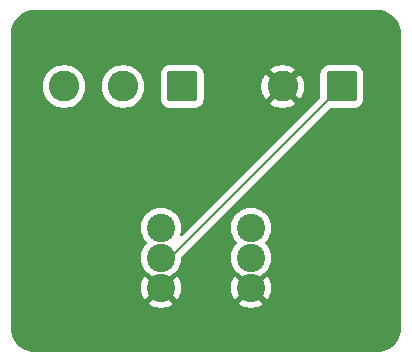
<source format=gbr>
%TF.GenerationSoftware,KiCad,Pcbnew,9.0.0*%
%TF.CreationDate,2025-03-24T14:24:08-05:00*%
%TF.ProjectId,DIIN-proyecto,4449494e-2d70-4726-9f79-6563746f2e6b,rev?*%
%TF.SameCoordinates,Original*%
%TF.FileFunction,Copper,L1,Top*%
%TF.FilePolarity,Positive*%
%FSLAX46Y46*%
G04 Gerber Fmt 4.6, Leading zero omitted, Abs format (unit mm)*
G04 Created by KiCad (PCBNEW 9.0.0) date 2025-03-24 14:24:08*
%MOMM*%
%LPD*%
G01*
G04 APERTURE LIST*
G04 Aperture macros list*
%AMRoundRect*
0 Rectangle with rounded corners*
0 $1 Rounding radius*
0 $2 $3 $4 $5 $6 $7 $8 $9 X,Y pos of 4 corners*
0 Add a 4 corners polygon primitive as box body*
4,1,4,$2,$3,$4,$5,$6,$7,$8,$9,$2,$3,0*
0 Add four circle primitives for the rounded corners*
1,1,$1+$1,$2,$3*
1,1,$1+$1,$4,$5*
1,1,$1+$1,$6,$7*
1,1,$1+$1,$8,$9*
0 Add four rect primitives between the rounded corners*
20,1,$1+$1,$2,$3,$4,$5,0*
20,1,$1+$1,$4,$5,$6,$7,0*
20,1,$1+$1,$6,$7,$8,$9,0*
20,1,$1+$1,$8,$9,$2,$3,0*%
G04 Aperture macros list end*
%TA.AperFunction,ComponentPad*%
%ADD10C,2.400000*%
%TD*%
%TA.AperFunction,ComponentPad*%
%ADD11RoundRect,0.250000X1.050000X1.050000X-1.050000X1.050000X-1.050000X-1.050000X1.050000X-1.050000X0*%
%TD*%
%TA.AperFunction,ComponentPad*%
%ADD12C,2.600000*%
%TD*%
%TA.AperFunction,Conductor*%
%ADD13C,0.200000*%
%TD*%
G04 APERTURE END LIST*
D10*
%TO.P,U3,1,SCK*%
%TO.N,SCK*%
X135810000Y-65960000D03*
%TO.P,U3,2,WS*%
%TO.N,WS*%
X135810000Y-68500000D03*
%TO.P,U3,3,L/R*%
%TO.N,GND*%
X135810000Y-71040000D03*
%TO.P,U3,4,SD*%
%TO.N,SD*%
X128190000Y-65960000D03*
%TO.P,U3,5,VDD*%
%TO.N,+3.3V*%
X128190000Y-68500000D03*
%TO.P,U3,6,GND*%
%TO.N,GND*%
X128190000Y-71040000D03*
%TD*%
D11*
%TO.P,J14,1,Pin_1*%
%TO.N,SCK*%
X130000000Y-54000000D03*
D12*
%TO.P,J14,2,Pin_2*%
%TO.N,WS*%
X125000000Y-54000000D03*
%TO.P,J14,3,Pin_3*%
%TO.N,SD*%
X120000000Y-54000000D03*
%TD*%
D11*
%TO.P,J7,1,Pin_1*%
%TO.N,+3.3V*%
X143500000Y-54000000D03*
D12*
%TO.P,J7,2,Pin_2*%
%TO.N,GND*%
X138500000Y-54000000D03*
%TD*%
D13*
%TO.N,+3.3V*%
X129000000Y-68500000D02*
X128190000Y-68500000D01*
X143500000Y-54000000D02*
X129000000Y-68500000D01*
%TD*%
%TA.AperFunction,Conductor*%
%TO.N,GND*%
G36*
X146504043Y-47500765D02*
G01*
X146752895Y-47517075D01*
X146768953Y-47519190D01*
X146976105Y-47560395D01*
X147009535Y-47567045D01*
X147025202Y-47571243D01*
X147194947Y-47628863D01*
X147257481Y-47650091D01*
X147272458Y-47656294D01*
X147481799Y-47759529D01*
X147492460Y-47764787D01*
X147506508Y-47772897D01*
X147710464Y-47909177D01*
X147723328Y-47919048D01*
X147907749Y-48080781D01*
X147919218Y-48092250D01*
X148080951Y-48276671D01*
X148090825Y-48289539D01*
X148227102Y-48493492D01*
X148235212Y-48507539D01*
X148343702Y-48727534D01*
X148349909Y-48742520D01*
X148428756Y-48974797D01*
X148432954Y-48990464D01*
X148480807Y-49231035D01*
X148482925Y-49247116D01*
X148499235Y-49495956D01*
X148499500Y-49504066D01*
X148499500Y-74495933D01*
X148499235Y-74504043D01*
X148482925Y-74752883D01*
X148480807Y-74768964D01*
X148432954Y-75009535D01*
X148428756Y-75025202D01*
X148349909Y-75257479D01*
X148343702Y-75272465D01*
X148235212Y-75492460D01*
X148227102Y-75506507D01*
X148090825Y-75710460D01*
X148080951Y-75723328D01*
X147919218Y-75907749D01*
X147907749Y-75919218D01*
X147723328Y-76080951D01*
X147710460Y-76090825D01*
X147506507Y-76227102D01*
X147492460Y-76235212D01*
X147272465Y-76343702D01*
X147257479Y-76349909D01*
X147025202Y-76428756D01*
X147009535Y-76432954D01*
X146768964Y-76480807D01*
X146752883Y-76482925D01*
X146504043Y-76499235D01*
X146495933Y-76499500D01*
X117504067Y-76499500D01*
X117495957Y-76499235D01*
X117247116Y-76482925D01*
X117231035Y-76480807D01*
X116990464Y-76432954D01*
X116974797Y-76428756D01*
X116742520Y-76349909D01*
X116727534Y-76343702D01*
X116507539Y-76235212D01*
X116493492Y-76227102D01*
X116289539Y-76090825D01*
X116276671Y-76080951D01*
X116092250Y-75919218D01*
X116080781Y-75907749D01*
X115919048Y-75723328D01*
X115909174Y-75710460D01*
X115772897Y-75506507D01*
X115764787Y-75492460D01*
X115658855Y-75277652D01*
X115656294Y-75272458D01*
X115650090Y-75257479D01*
X115571243Y-75025202D01*
X115567045Y-75009535D01*
X115559186Y-74970026D01*
X115519190Y-74768953D01*
X115517075Y-74752895D01*
X115500765Y-74504043D01*
X115500500Y-74495933D01*
X115500500Y-65848549D01*
X126489500Y-65848549D01*
X126489500Y-66071450D01*
X126489501Y-66071466D01*
X126518594Y-66292452D01*
X126518595Y-66292457D01*
X126518596Y-66292463D01*
X126518597Y-66292465D01*
X126576290Y-66507780D01*
X126576293Y-66507790D01*
X126645410Y-66674652D01*
X126661595Y-66713726D01*
X126773052Y-66906774D01*
X126773057Y-66906780D01*
X126773058Y-66906782D01*
X126908751Y-67083622D01*
X126908757Y-67083629D01*
X126967447Y-67142319D01*
X127000932Y-67203642D01*
X126995948Y-67273334D01*
X126967447Y-67317681D01*
X126908757Y-67376370D01*
X126908751Y-67376377D01*
X126773058Y-67553217D01*
X126773052Y-67553226D01*
X126661595Y-67746273D01*
X126661593Y-67746277D01*
X126576293Y-67952209D01*
X126576290Y-67952219D01*
X126518597Y-68167534D01*
X126518594Y-68167547D01*
X126489501Y-68388533D01*
X126489500Y-68388549D01*
X126489500Y-68611450D01*
X126489501Y-68611466D01*
X126518594Y-68832452D01*
X126518595Y-68832457D01*
X126518596Y-68832463D01*
X126518597Y-68832465D01*
X126576290Y-69047780D01*
X126576293Y-69047790D01*
X126661593Y-69253722D01*
X126661595Y-69253726D01*
X126773052Y-69446774D01*
X126773057Y-69446780D01*
X126773058Y-69446782D01*
X126908751Y-69623622D01*
X126908757Y-69623629D01*
X127066370Y-69781242D01*
X127066376Y-69781247D01*
X127243226Y-69916948D01*
X127436274Y-70028405D01*
X127436277Y-70028406D01*
X127436282Y-70028409D01*
X127508871Y-70058475D01*
X127576831Y-70086625D01*
X127617058Y-70113504D01*
X127978941Y-70475387D01*
X127958409Y-70480889D01*
X127821592Y-70559881D01*
X127709881Y-70671592D01*
X127630889Y-70808409D01*
X127625387Y-70828940D01*
X126824042Y-70027595D01*
X126773462Y-70093511D01*
X126662054Y-70286479D01*
X126662045Y-70286497D01*
X126576763Y-70492381D01*
X126519088Y-70707632D01*
X126519085Y-70707645D01*
X126490000Y-70928575D01*
X126490000Y-71151424D01*
X126519085Y-71372354D01*
X126519088Y-71372367D01*
X126576763Y-71587618D01*
X126662045Y-71793502D01*
X126662054Y-71793520D01*
X126773464Y-71986491D01*
X126773473Y-71986504D01*
X126824040Y-72052403D01*
X126824043Y-72052403D01*
X127625387Y-71251059D01*
X127630889Y-71271591D01*
X127709881Y-71408408D01*
X127821592Y-71520119D01*
X127958409Y-71599111D01*
X127978940Y-71604612D01*
X127177595Y-72405955D01*
X127177595Y-72405956D01*
X127243507Y-72456533D01*
X127436485Y-72567949D01*
X127436497Y-72567954D01*
X127642381Y-72653236D01*
X127857632Y-72710911D01*
X127857645Y-72710914D01*
X128078575Y-72740000D01*
X128301425Y-72740000D01*
X128522354Y-72710914D01*
X128522367Y-72710911D01*
X128737618Y-72653236D01*
X128943502Y-72567954D01*
X128943514Y-72567949D01*
X129136498Y-72456530D01*
X129202403Y-72405957D01*
X129202404Y-72405956D01*
X128401059Y-71604612D01*
X128421591Y-71599111D01*
X128558408Y-71520119D01*
X128670119Y-71408408D01*
X128749111Y-71271591D01*
X128754612Y-71251059D01*
X129555956Y-72052404D01*
X129555957Y-72052403D01*
X129606530Y-71986498D01*
X129717949Y-71793514D01*
X129717954Y-71793502D01*
X129803236Y-71587618D01*
X129860911Y-71372367D01*
X129860914Y-71372354D01*
X129890000Y-71151424D01*
X129890000Y-70928575D01*
X129860914Y-70707645D01*
X129860911Y-70707632D01*
X129803236Y-70492381D01*
X129717954Y-70286497D01*
X129717949Y-70286485D01*
X129606533Y-70093507D01*
X129555956Y-70027595D01*
X129555955Y-70027595D01*
X128754612Y-70828939D01*
X128749111Y-70808409D01*
X128670119Y-70671592D01*
X128558408Y-70559881D01*
X128421591Y-70480889D01*
X128401058Y-70475387D01*
X128762940Y-70113504D01*
X128803161Y-70086628D01*
X128943726Y-70028405D01*
X129136774Y-69916948D01*
X129313624Y-69781247D01*
X129471247Y-69623624D01*
X129606948Y-69446774D01*
X129718405Y-69253726D01*
X129803710Y-69047781D01*
X129861404Y-68832463D01*
X129890500Y-68611457D01*
X129890500Y-68510096D01*
X129910185Y-68443057D01*
X129926814Y-68422420D01*
X132500685Y-65848549D01*
X134109500Y-65848549D01*
X134109500Y-66071450D01*
X134109501Y-66071466D01*
X134138594Y-66292452D01*
X134138595Y-66292457D01*
X134138596Y-66292463D01*
X134138597Y-66292465D01*
X134196290Y-66507780D01*
X134196293Y-66507790D01*
X134265410Y-66674652D01*
X134281595Y-66713726D01*
X134393052Y-66906774D01*
X134393057Y-66906780D01*
X134393058Y-66906782D01*
X134528751Y-67083622D01*
X134528757Y-67083629D01*
X134587447Y-67142319D01*
X134620932Y-67203642D01*
X134615948Y-67273334D01*
X134587447Y-67317681D01*
X134528757Y-67376370D01*
X134528751Y-67376377D01*
X134393058Y-67553217D01*
X134393052Y-67553226D01*
X134281595Y-67746273D01*
X134281593Y-67746277D01*
X134196293Y-67952209D01*
X134196290Y-67952219D01*
X134138597Y-68167534D01*
X134138594Y-68167547D01*
X134109501Y-68388533D01*
X134109500Y-68388549D01*
X134109500Y-68611450D01*
X134109501Y-68611466D01*
X134138594Y-68832452D01*
X134138595Y-68832457D01*
X134138596Y-68832463D01*
X134138597Y-68832465D01*
X134196290Y-69047780D01*
X134196293Y-69047790D01*
X134281593Y-69253722D01*
X134281595Y-69253726D01*
X134393052Y-69446774D01*
X134393057Y-69446780D01*
X134393058Y-69446782D01*
X134528751Y-69623622D01*
X134528757Y-69623629D01*
X134686370Y-69781242D01*
X134686376Y-69781247D01*
X134863226Y-69916948D01*
X135056274Y-70028405D01*
X135056277Y-70028406D01*
X135056282Y-70028409D01*
X135128871Y-70058475D01*
X135196831Y-70086625D01*
X135237058Y-70113504D01*
X135598941Y-70475387D01*
X135578409Y-70480889D01*
X135441592Y-70559881D01*
X135329881Y-70671592D01*
X135250889Y-70808409D01*
X135245387Y-70828940D01*
X134444042Y-70027595D01*
X134393462Y-70093511D01*
X134282054Y-70286479D01*
X134282045Y-70286497D01*
X134196763Y-70492381D01*
X134139088Y-70707632D01*
X134139085Y-70707645D01*
X134110000Y-70928575D01*
X134110000Y-71151424D01*
X134139085Y-71372354D01*
X134139088Y-71372367D01*
X134196763Y-71587618D01*
X134282045Y-71793502D01*
X134282054Y-71793520D01*
X134393464Y-71986491D01*
X134393473Y-71986504D01*
X134444040Y-72052403D01*
X134444043Y-72052403D01*
X135245387Y-71251059D01*
X135250889Y-71271591D01*
X135329881Y-71408408D01*
X135441592Y-71520119D01*
X135578409Y-71599111D01*
X135598940Y-71604612D01*
X134797595Y-72405955D01*
X134797595Y-72405956D01*
X134863507Y-72456533D01*
X135056485Y-72567949D01*
X135056497Y-72567954D01*
X135262381Y-72653236D01*
X135477632Y-72710911D01*
X135477645Y-72710914D01*
X135698575Y-72740000D01*
X135921425Y-72740000D01*
X136142354Y-72710914D01*
X136142367Y-72710911D01*
X136357618Y-72653236D01*
X136563502Y-72567954D01*
X136563514Y-72567949D01*
X136756498Y-72456530D01*
X136822403Y-72405957D01*
X136822404Y-72405956D01*
X136021059Y-71604612D01*
X136041591Y-71599111D01*
X136178408Y-71520119D01*
X136290119Y-71408408D01*
X136369111Y-71271591D01*
X136374612Y-71251059D01*
X137175956Y-72052404D01*
X137175957Y-72052403D01*
X137226530Y-71986498D01*
X137337949Y-71793514D01*
X137337954Y-71793502D01*
X137423236Y-71587618D01*
X137480911Y-71372367D01*
X137480914Y-71372354D01*
X137510000Y-71151424D01*
X137510000Y-70928575D01*
X137480914Y-70707645D01*
X137480911Y-70707632D01*
X137423236Y-70492381D01*
X137337954Y-70286497D01*
X137337949Y-70286485D01*
X137226533Y-70093507D01*
X137175956Y-70027595D01*
X137175955Y-70027595D01*
X136374612Y-70828939D01*
X136369111Y-70808409D01*
X136290119Y-70671592D01*
X136178408Y-70559881D01*
X136041591Y-70480889D01*
X136021058Y-70475387D01*
X136382940Y-70113504D01*
X136423161Y-70086628D01*
X136563726Y-70028405D01*
X136756774Y-69916948D01*
X136933624Y-69781247D01*
X137091247Y-69623624D01*
X137226948Y-69446774D01*
X137338405Y-69253726D01*
X137423710Y-69047781D01*
X137481404Y-68832463D01*
X137510500Y-68611457D01*
X137510500Y-68388543D01*
X137481404Y-68167537D01*
X137423710Y-67952219D01*
X137338405Y-67746274D01*
X137226948Y-67553226D01*
X137091247Y-67376376D01*
X137032550Y-67317679D01*
X136999067Y-67256359D01*
X137004051Y-67186667D01*
X137032550Y-67142320D01*
X137091247Y-67083624D01*
X137226948Y-66906774D01*
X137338405Y-66713726D01*
X137423710Y-66507781D01*
X137481404Y-66292463D01*
X137510500Y-66071457D01*
X137510500Y-65848543D01*
X137481404Y-65627537D01*
X137423710Y-65412219D01*
X137338405Y-65206274D01*
X137226948Y-65013226D01*
X137091247Y-64836376D01*
X137091242Y-64836370D01*
X136933629Y-64678757D01*
X136933622Y-64678751D01*
X136756782Y-64543058D01*
X136756780Y-64543057D01*
X136756774Y-64543052D01*
X136563726Y-64431595D01*
X136563722Y-64431593D01*
X136357790Y-64346293D01*
X136357783Y-64346291D01*
X136357781Y-64346290D01*
X136142463Y-64288596D01*
X136142457Y-64288595D01*
X136142452Y-64288594D01*
X135921466Y-64259501D01*
X135921463Y-64259500D01*
X135921457Y-64259500D01*
X135698543Y-64259500D01*
X135698537Y-64259500D01*
X135698533Y-64259501D01*
X135477547Y-64288594D01*
X135477540Y-64288595D01*
X135477537Y-64288596D01*
X135262219Y-64346290D01*
X135262209Y-64346293D01*
X135056277Y-64431593D01*
X135056273Y-64431595D01*
X134863226Y-64543052D01*
X134863217Y-64543058D01*
X134686377Y-64678751D01*
X134686370Y-64678757D01*
X134528757Y-64836370D01*
X134528751Y-64836377D01*
X134393058Y-65013217D01*
X134393052Y-65013226D01*
X134281595Y-65206273D01*
X134281593Y-65206277D01*
X134196293Y-65412209D01*
X134196290Y-65412219D01*
X134138597Y-65627534D01*
X134138594Y-65627547D01*
X134109501Y-65848533D01*
X134109500Y-65848549D01*
X132500685Y-65848549D01*
X142512416Y-55836817D01*
X142573739Y-55803333D01*
X142600097Y-55800499D01*
X144600002Y-55800499D01*
X144600008Y-55800499D01*
X144702797Y-55789999D01*
X144869334Y-55734814D01*
X145018656Y-55642712D01*
X145142712Y-55518656D01*
X145234814Y-55369334D01*
X145289999Y-55202797D01*
X145300500Y-55100009D01*
X145300499Y-52899992D01*
X145289999Y-52797203D01*
X145234814Y-52630666D01*
X145142712Y-52481344D01*
X145018656Y-52357288D01*
X144869334Y-52265186D01*
X144702797Y-52210001D01*
X144702795Y-52210000D01*
X144600010Y-52199500D01*
X142399998Y-52199500D01*
X142399981Y-52199501D01*
X142297203Y-52210000D01*
X142297200Y-52210001D01*
X142130668Y-52265185D01*
X142130663Y-52265187D01*
X141981342Y-52357289D01*
X141857289Y-52481342D01*
X141765187Y-52630663D01*
X141765185Y-52630668D01*
X141758886Y-52649678D01*
X141710001Y-52797203D01*
X141710001Y-52797204D01*
X141710000Y-52797204D01*
X141699500Y-52899983D01*
X141699500Y-54899901D01*
X141679815Y-54966940D01*
X141663181Y-54987582D01*
X130004611Y-66646151D01*
X129943288Y-66679636D01*
X129873596Y-66674652D01*
X129817663Y-66632780D01*
X129793246Y-66567316D01*
X129802373Y-66511007D01*
X129803710Y-66507781D01*
X129861404Y-66292463D01*
X129890500Y-66071457D01*
X129890500Y-65848543D01*
X129861404Y-65627537D01*
X129803710Y-65412219D01*
X129718405Y-65206274D01*
X129606948Y-65013226D01*
X129471247Y-64836376D01*
X129471242Y-64836370D01*
X129313629Y-64678757D01*
X129313622Y-64678751D01*
X129136782Y-64543058D01*
X129136780Y-64543057D01*
X129136774Y-64543052D01*
X128943726Y-64431595D01*
X128943722Y-64431593D01*
X128737790Y-64346293D01*
X128737783Y-64346291D01*
X128737781Y-64346290D01*
X128522463Y-64288596D01*
X128522457Y-64288595D01*
X128522452Y-64288594D01*
X128301466Y-64259501D01*
X128301463Y-64259500D01*
X128301457Y-64259500D01*
X128078543Y-64259500D01*
X128078537Y-64259500D01*
X128078533Y-64259501D01*
X127857547Y-64288594D01*
X127857540Y-64288595D01*
X127857537Y-64288596D01*
X127642219Y-64346290D01*
X127642209Y-64346293D01*
X127436277Y-64431593D01*
X127436273Y-64431595D01*
X127243226Y-64543052D01*
X127243217Y-64543058D01*
X127066377Y-64678751D01*
X127066370Y-64678757D01*
X126908757Y-64836370D01*
X126908751Y-64836377D01*
X126773058Y-65013217D01*
X126773052Y-65013226D01*
X126661595Y-65206273D01*
X126661593Y-65206277D01*
X126576293Y-65412209D01*
X126576290Y-65412219D01*
X126518597Y-65627534D01*
X126518594Y-65627547D01*
X126489501Y-65848533D01*
X126489500Y-65848549D01*
X115500500Y-65848549D01*
X115500500Y-53881995D01*
X118199500Y-53881995D01*
X118199500Y-54118004D01*
X118199501Y-54118020D01*
X118230306Y-54352010D01*
X118291394Y-54579993D01*
X118381714Y-54798045D01*
X118381719Y-54798056D01*
X118440520Y-54899901D01*
X118499727Y-55002450D01*
X118499729Y-55002453D01*
X118499730Y-55002454D01*
X118643406Y-55189697D01*
X118643412Y-55189704D01*
X118810295Y-55356587D01*
X118810302Y-55356593D01*
X118920306Y-55441001D01*
X118997550Y-55500273D01*
X119128918Y-55576118D01*
X119201943Y-55618280D01*
X119201948Y-55618282D01*
X119201951Y-55618284D01*
X119420007Y-55708606D01*
X119647986Y-55769693D01*
X119881989Y-55800500D01*
X119881996Y-55800500D01*
X120118004Y-55800500D01*
X120118011Y-55800500D01*
X120352014Y-55769693D01*
X120579993Y-55708606D01*
X120798049Y-55618284D01*
X121002450Y-55500273D01*
X121189699Y-55356592D01*
X121356592Y-55189699D01*
X121500273Y-55002450D01*
X121618284Y-54798049D01*
X121708606Y-54579993D01*
X121769693Y-54352014D01*
X121800500Y-54118011D01*
X121800500Y-53881995D01*
X123199500Y-53881995D01*
X123199500Y-54118004D01*
X123199501Y-54118020D01*
X123230306Y-54352010D01*
X123291394Y-54579993D01*
X123381714Y-54798045D01*
X123381719Y-54798056D01*
X123440520Y-54899901D01*
X123499727Y-55002450D01*
X123499729Y-55002453D01*
X123499730Y-55002454D01*
X123643406Y-55189697D01*
X123643412Y-55189704D01*
X123810295Y-55356587D01*
X123810302Y-55356593D01*
X123920306Y-55441001D01*
X123997550Y-55500273D01*
X124128918Y-55576118D01*
X124201943Y-55618280D01*
X124201948Y-55618282D01*
X124201951Y-55618284D01*
X124420007Y-55708606D01*
X124647986Y-55769693D01*
X124881989Y-55800500D01*
X124881996Y-55800500D01*
X125118004Y-55800500D01*
X125118011Y-55800500D01*
X125352014Y-55769693D01*
X125579993Y-55708606D01*
X125798049Y-55618284D01*
X126002450Y-55500273D01*
X126189699Y-55356592D01*
X126356592Y-55189699D01*
X126500273Y-55002450D01*
X126618284Y-54798049D01*
X126708606Y-54579993D01*
X126769693Y-54352014D01*
X126800500Y-54118011D01*
X126800500Y-53881989D01*
X126769693Y-53647986D01*
X126708606Y-53420007D01*
X126618284Y-53201951D01*
X126618282Y-53201948D01*
X126618280Y-53201943D01*
X126562510Y-53105348D01*
X126500273Y-52997550D01*
X126425414Y-52899992D01*
X126425407Y-52899983D01*
X128199500Y-52899983D01*
X128199500Y-55100001D01*
X128199501Y-55100018D01*
X128210000Y-55202796D01*
X128210001Y-55202799D01*
X128258885Y-55350319D01*
X128265186Y-55369334D01*
X128357288Y-55518656D01*
X128481344Y-55642712D01*
X128630666Y-55734814D01*
X128797203Y-55789999D01*
X128899991Y-55800500D01*
X131100008Y-55800499D01*
X131202797Y-55789999D01*
X131369334Y-55734814D01*
X131518656Y-55642712D01*
X131642712Y-55518656D01*
X131734814Y-55369334D01*
X131789999Y-55202797D01*
X131800500Y-55100009D01*
X131800499Y-53882014D01*
X136700000Y-53882014D01*
X136700000Y-54117985D01*
X136730799Y-54351914D01*
X136791870Y-54579837D01*
X136882160Y-54797819D01*
X136882165Y-54797828D01*
X137000144Y-55002171D01*
X137000145Y-55002172D01*
X137062721Y-55083723D01*
X137898958Y-54247487D01*
X137923978Y-54307890D01*
X137995112Y-54414351D01*
X138085649Y-54504888D01*
X138192110Y-54576022D01*
X138252511Y-54601041D01*
X137416275Y-55437277D01*
X137497827Y-55499854D01*
X137497828Y-55499855D01*
X137702171Y-55617834D01*
X137702180Y-55617839D01*
X137920163Y-55708129D01*
X137920161Y-55708129D01*
X138148085Y-55769200D01*
X138382014Y-55799999D01*
X138382029Y-55800000D01*
X138617971Y-55800000D01*
X138617985Y-55799999D01*
X138851914Y-55769200D01*
X139079837Y-55708129D01*
X139297819Y-55617839D01*
X139297828Y-55617834D01*
X139502181Y-55499850D01*
X139583723Y-55437279D01*
X139583723Y-55437276D01*
X138747487Y-54601041D01*
X138807890Y-54576022D01*
X138914351Y-54504888D01*
X139004888Y-54414351D01*
X139076022Y-54307890D01*
X139101041Y-54247487D01*
X139937276Y-55083723D01*
X139937279Y-55083723D01*
X139999850Y-55002181D01*
X140117834Y-54797828D01*
X140117839Y-54797819D01*
X140208129Y-54579837D01*
X140269200Y-54351914D01*
X140299999Y-54117985D01*
X140300000Y-54117971D01*
X140300000Y-53882028D01*
X140299999Y-53882014D01*
X140269200Y-53648085D01*
X140208129Y-53420162D01*
X140117839Y-53202180D01*
X140117834Y-53202171D01*
X139999855Y-52997828D01*
X139999854Y-52997827D01*
X139937277Y-52916275D01*
X139101041Y-53752511D01*
X139076022Y-53692110D01*
X139004888Y-53585649D01*
X138914351Y-53495112D01*
X138807890Y-53423978D01*
X138747488Y-53398958D01*
X139583723Y-52562721D01*
X139502172Y-52500145D01*
X139502171Y-52500144D01*
X139297828Y-52382165D01*
X139297819Y-52382160D01*
X139079836Y-52291870D01*
X139079838Y-52291870D01*
X138851914Y-52230799D01*
X138617985Y-52200000D01*
X138382014Y-52200000D01*
X138148085Y-52230799D01*
X137920162Y-52291870D01*
X137702180Y-52382160D01*
X137702171Y-52382165D01*
X137497828Y-52500144D01*
X137497818Y-52500150D01*
X137416275Y-52562720D01*
X137416275Y-52562721D01*
X138252512Y-53398958D01*
X138192110Y-53423978D01*
X138085649Y-53495112D01*
X137995112Y-53585649D01*
X137923978Y-53692110D01*
X137898958Y-53752512D01*
X137062721Y-52916275D01*
X137062720Y-52916275D01*
X137000150Y-52997818D01*
X137000144Y-52997828D01*
X136882165Y-53202171D01*
X136882160Y-53202180D01*
X136791870Y-53420162D01*
X136730799Y-53648085D01*
X136700000Y-53882014D01*
X131800499Y-53882014D01*
X131800499Y-52899992D01*
X131789999Y-52797203D01*
X131734814Y-52630666D01*
X131642712Y-52481344D01*
X131518656Y-52357288D01*
X131369334Y-52265186D01*
X131202797Y-52210001D01*
X131202795Y-52210000D01*
X131100010Y-52199500D01*
X128899998Y-52199500D01*
X128899981Y-52199501D01*
X128797203Y-52210000D01*
X128797200Y-52210001D01*
X128630668Y-52265185D01*
X128630663Y-52265187D01*
X128481342Y-52357289D01*
X128357289Y-52481342D01*
X128265187Y-52630663D01*
X128265185Y-52630668D01*
X128258886Y-52649678D01*
X128210001Y-52797203D01*
X128210001Y-52797204D01*
X128210000Y-52797204D01*
X128199500Y-52899983D01*
X126425407Y-52899983D01*
X126356593Y-52810302D01*
X126356587Y-52810295D01*
X126189704Y-52643412D01*
X126189697Y-52643406D01*
X126002454Y-52499730D01*
X126002453Y-52499729D01*
X126002450Y-52499727D01*
X125920957Y-52452677D01*
X125798056Y-52381719D01*
X125798045Y-52381714D01*
X125579993Y-52291394D01*
X125352010Y-52230306D01*
X125118020Y-52199501D01*
X125118017Y-52199500D01*
X125118011Y-52199500D01*
X124881989Y-52199500D01*
X124881983Y-52199500D01*
X124881979Y-52199501D01*
X124647989Y-52230306D01*
X124420006Y-52291394D01*
X124201954Y-52381714D01*
X124201943Y-52381719D01*
X123997545Y-52499730D01*
X123810302Y-52643406D01*
X123810295Y-52643412D01*
X123643412Y-52810295D01*
X123643406Y-52810302D01*
X123499730Y-52997545D01*
X123499727Y-52997549D01*
X123499727Y-52997550D01*
X123492014Y-53010909D01*
X123381719Y-53201943D01*
X123381714Y-53201954D01*
X123291394Y-53420006D01*
X123230306Y-53647989D01*
X123199501Y-53881979D01*
X123199500Y-53881995D01*
X121800500Y-53881995D01*
X121800500Y-53881989D01*
X121769693Y-53647986D01*
X121708606Y-53420007D01*
X121618284Y-53201951D01*
X121618282Y-53201948D01*
X121618280Y-53201943D01*
X121576118Y-53128918D01*
X121500273Y-52997550D01*
X121356592Y-52810301D01*
X121356587Y-52810295D01*
X121189704Y-52643412D01*
X121189697Y-52643406D01*
X121002454Y-52499730D01*
X121002453Y-52499729D01*
X121002450Y-52499727D01*
X120920957Y-52452677D01*
X120798056Y-52381719D01*
X120798045Y-52381714D01*
X120579993Y-52291394D01*
X120352010Y-52230306D01*
X120118020Y-52199501D01*
X120118017Y-52199500D01*
X120118011Y-52199500D01*
X119881989Y-52199500D01*
X119881983Y-52199500D01*
X119881979Y-52199501D01*
X119647989Y-52230306D01*
X119420006Y-52291394D01*
X119201954Y-52381714D01*
X119201943Y-52381719D01*
X118997545Y-52499730D01*
X118810302Y-52643406D01*
X118810295Y-52643412D01*
X118643412Y-52810295D01*
X118643406Y-52810302D01*
X118499730Y-52997545D01*
X118499727Y-52997549D01*
X118499727Y-52997550D01*
X118492014Y-53010909D01*
X118381719Y-53201943D01*
X118381714Y-53201954D01*
X118291394Y-53420006D01*
X118230306Y-53647989D01*
X118199501Y-53881979D01*
X118199500Y-53881995D01*
X115500500Y-53881995D01*
X115500500Y-49504066D01*
X115500765Y-49495956D01*
X115504819Y-49434108D01*
X115517075Y-49247102D01*
X115519190Y-49231048D01*
X115567045Y-48990462D01*
X115571243Y-48974797D01*
X115594337Y-48906762D01*
X115650093Y-48742512D01*
X115656291Y-48727547D01*
X115764790Y-48507533D01*
X115772893Y-48493498D01*
X115909182Y-48289527D01*
X115919039Y-48276681D01*
X116080786Y-48092244D01*
X116092244Y-48080786D01*
X116276681Y-47919039D01*
X116289527Y-47909182D01*
X116493498Y-47772893D01*
X116507533Y-47764790D01*
X116727547Y-47656291D01*
X116742512Y-47650093D01*
X116906762Y-47594337D01*
X116974797Y-47571243D01*
X116990464Y-47567045D01*
X117231048Y-47519190D01*
X117247102Y-47517075D01*
X117495957Y-47500765D01*
X117504067Y-47500500D01*
X117565892Y-47500500D01*
X146434108Y-47500500D01*
X146495933Y-47500500D01*
X146504043Y-47500765D01*
G37*
%TD.AperFunction*%
%TD*%
M02*

</source>
